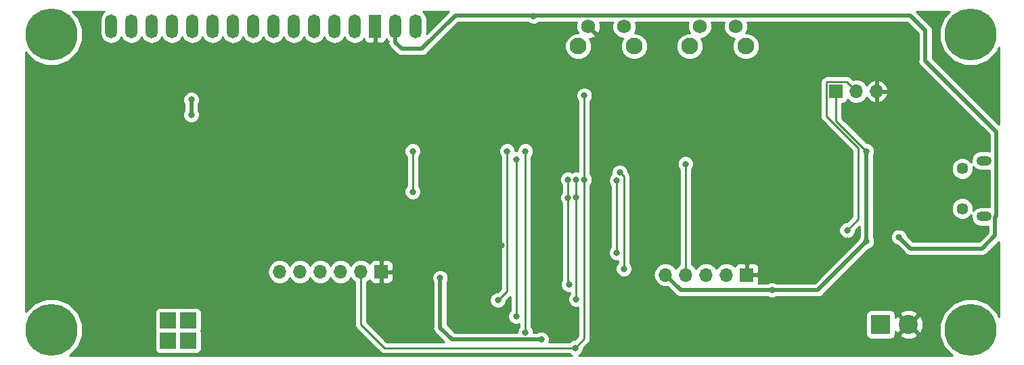
<source format=gbr>
G04 #@! TF.GenerationSoftware,KiCad,Pcbnew,5.0.1-33cea8e~68~ubuntu16.04.1*
G04 #@! TF.CreationDate,2019-05-31T14:34:39+02:00*
G04 #@! TF.ProjectId,VCOMLCD,56434F4D4C43442E6B696361645F7063,rev?*
G04 #@! TF.SameCoordinates,Original*
G04 #@! TF.FileFunction,Copper,L2,Bot,Signal*
G04 #@! TF.FilePolarity,Positive*
%FSLAX46Y46*%
G04 Gerber Fmt 4.6, Leading zero omitted, Abs format (unit mm)*
G04 Created by KiCad (PCBNEW 5.0.1-33cea8e~68~ubuntu16.04.1) date pią, 31 maj 2019, 14:34:39*
%MOMM*%
%LPD*%
G01*
G04 APERTURE LIST*
G04 #@! TA.AperFunction,ComponentPad*
%ADD10R,1.700000X1.700000*%
G04 #@! TD*
G04 #@! TA.AperFunction,ComponentPad*
%ADD11O,1.700000X1.700000*%
G04 #@! TD*
G04 #@! TA.AperFunction,ComponentPad*
%ADD12C,1.450000*%
G04 #@! TD*
G04 #@! TA.AperFunction,ComponentPad*
%ADD13O,1.900000X1.200000*%
G04 #@! TD*
G04 #@! TA.AperFunction,ComponentPad*
%ADD14O,1.500000X3.000000*%
G04 #@! TD*
G04 #@! TA.AperFunction,ComponentPad*
%ADD15R,1.500000X3.000000*%
G04 #@! TD*
G04 #@! TA.AperFunction,ComponentPad*
%ADD16C,6.500000*%
G04 #@! TD*
G04 #@! TA.AperFunction,ComponentPad*
%ADD17R,2.000000X2.000000*%
G04 #@! TD*
G04 #@! TA.AperFunction,ComponentPad*
%ADD18R,2.400000X2.400000*%
G04 #@! TD*
G04 #@! TA.AperFunction,ComponentPad*
%ADD19C,2.400000*%
G04 #@! TD*
G04 #@! TA.AperFunction,ComponentPad*
%ADD20C,2.100000*%
G04 #@! TD*
G04 #@! TA.AperFunction,ComponentPad*
%ADD21C,1.750000*%
G04 #@! TD*
G04 #@! TA.AperFunction,ViaPad*
%ADD22C,0.800000*%
G04 #@! TD*
G04 #@! TA.AperFunction,Conductor*
%ADD23C,0.500000*%
G04 #@! TD*
G04 #@! TA.AperFunction,Conductor*
%ADD24C,0.250000*%
G04 #@! TD*
G04 #@! TA.AperFunction,Conductor*
%ADD25C,0.254000*%
G04 #@! TD*
G04 APERTURE END LIST*
D10*
G04 #@! TO.P,J4,1*
G04 #@! TO.N,+3V3*
X179578000Y-60198000D03*
D11*
G04 #@! TO.P,J4,2*
G04 #@! TO.N,Net-(J4-Pad2)*
X182118000Y-60198000D03*
G04 #@! TO.P,J4,3*
G04 #@! TO.N,GND*
X184658000Y-60198000D03*
G04 #@! TD*
D10*
G04 #@! TO.P,J3,1*
G04 #@! TO.N,GND*
X168402000Y-83185000D03*
D11*
G04 #@! TO.P,J3,2*
G04 #@! TO.N,/SWCLK*
X165862000Y-83185000D03*
G04 #@! TO.P,J3,3*
G04 #@! TO.N,/SWDIO*
X163322000Y-83185000D03*
G04 #@! TO.P,J3,4*
G04 #@! TO.N,/STM_TX*
X160782000Y-83185000D03*
G04 #@! TO.P,J3,5*
G04 #@! TO.N,+3V3*
X158242000Y-83185000D03*
G04 #@! TD*
D10*
G04 #@! TO.P,J5,1*
G04 #@! TO.N,GND*
X122682000Y-82804000D03*
D11*
G04 #@! TO.P,J5,2*
G04 #@! TO.N,/ESP_RTS*
X120142000Y-82804000D03*
G04 #@! TO.P,J5,3*
G04 #@! TO.N,/ESP_DTR*
X117602000Y-82804000D03*
G04 #@! TO.P,J5,4*
G04 #@! TO.N,/BTN*
X115062000Y-82804000D03*
G04 #@! TO.P,J5,5*
G04 #@! TO.N,/ESP_TX*
X112522000Y-82804000D03*
G04 #@! TO.P,J5,6*
G04 #@! TO.N,+3V3*
X109982000Y-82804000D03*
G04 #@! TD*
D12*
G04 #@! TO.P,J2,6*
G04 #@! TO.N,Net-(J2-Pad5)*
X195387500Y-74890000D03*
X195387500Y-69890000D03*
D13*
X198087500Y-75890000D03*
X198087500Y-68890000D03*
G04 #@! TD*
D14*
G04 #@! TO.P,U4,14*
G04 #@! TO.N,Net-(U3-Pad6)*
X88900000Y-52070000D03*
G04 #@! TO.P,U4,13*
G04 #@! TO.N,Net-(U3-Pad5)*
X91440000Y-52070000D03*
G04 #@! TO.P,U4,12*
G04 #@! TO.N,Net-(U3-Pad4)*
X93980000Y-52070000D03*
G04 #@! TO.P,U4,11*
G04 #@! TO.N,Net-(U3-Pad3)*
X96520000Y-52070000D03*
G04 #@! TO.P,U4,10*
G04 #@! TO.N,Net-(R11-Pad1)*
X99060000Y-52070000D03*
G04 #@! TO.P,U4,9*
G04 #@! TO.N,Net-(R10-Pad1)*
X101600000Y-52070000D03*
G04 #@! TO.P,U4,8*
G04 #@! TO.N,Net-(R9-Pad1)*
X104140000Y-52070000D03*
G04 #@! TO.P,U4,7*
G04 #@! TO.N,Net-(R7-Pad1)*
X106680000Y-52070000D03*
G04 #@! TO.P,U4,6*
G04 #@! TO.N,Net-(U3-Pad7)*
X109220000Y-52070000D03*
G04 #@! TO.P,U4,5*
G04 #@! TO.N,Net-(R6-Pad1)*
X111760000Y-52070000D03*
G04 #@! TO.P,U4,4*
G04 #@! TO.N,Net-(U3-Pad8)*
X114300000Y-52070000D03*
G04 #@! TO.P,U4,3*
G04 #@! TO.N,Net-(RV1-Pad2)*
X116840000Y-52070000D03*
G04 #@! TO.P,U4,2*
G04 #@! TO.N,VBUS*
X119380000Y-52070000D03*
D15*
G04 #@! TO.P,U4,1*
G04 #@! TO.N,GND*
X121920000Y-52070000D03*
D14*
G04 #@! TO.P,U4,15*
G04 #@! TO.N,VBUS*
X124460000Y-52070000D03*
G04 #@! TO.P,U4,16*
G04 #@! TO.N,Net-(Q1-Pad3)*
X127000000Y-52070000D03*
D16*
G04 #@! TO.P,U4,*
G04 #@! TO.N,*
X196420000Y-53070000D03*
X196420000Y-90070000D03*
X81420000Y-53070000D03*
X81420000Y-90070000D03*
D17*
G04 #@! TO.P,U4,A1*
G04 #@! TO.N,Net-(U4-PadA1)*
X96012000Y-88900000D03*
G04 #@! TO.P,U4,K1*
G04 #@! TO.N,Net-(U4-PadK1)*
X98552000Y-88900000D03*
G04 #@! TO.P,U4,A2*
G04 #@! TO.N,Net-(U4-PadA2)*
X98552000Y-91440000D03*
G04 #@! TO.P,U4,K2*
G04 #@! TO.N,Net-(U4-PadK2)*
X96012000Y-91440000D03*
G04 #@! TD*
D18*
G04 #@! TO.P,J1,1*
G04 #@! TO.N,+BATT*
X185166000Y-89408000D03*
D19*
G04 #@! TO.P,J1,2*
G04 #@! TO.N,GND*
X188666000Y-89408000D03*
G04 #@! TD*
D20*
G04 #@! TO.P,SW2,*
G04 #@! TO.N,*
X168305001Y-54560000D03*
D21*
G04 #@! TO.P,SW2,2*
G04 #@! TO.N,+3V3*
X167045001Y-52070000D03*
G04 #@! TO.P,SW2,1*
G04 #@! TO.N,/BTN*
X162545001Y-52070000D03*
D20*
G04 #@! TO.P,SW2,*
G04 #@! TO.N,*
X161295001Y-54560000D03*
G04 #@! TD*
G04 #@! TO.P,SW1,*
G04 #@! TO.N,*
X154350000Y-54560000D03*
D21*
G04 #@! TO.P,SW1,2*
G04 #@! TO.N,/ESP_RTS*
X153090000Y-52070000D03*
G04 #@! TO.P,SW1,1*
G04 #@! TO.N,GND*
X148590000Y-52070000D03*
D20*
G04 #@! TO.P,SW1,*
G04 #@! TO.N,*
X147340000Y-54560000D03*
G04 #@! TD*
D22*
G04 #@! TO.N,+3V3*
X130048000Y-83566000D03*
X183388000Y-67691000D03*
X183388000Y-78993988D03*
X171577000Y-85090000D03*
X142709001Y-91274001D03*
G04 #@! TO.N,GND*
X102362000Y-81280000D03*
X100584000Y-81280000D03*
X97409000Y-81280000D03*
X88011000Y-81534000D03*
X84709000Y-79375000D03*
X84709000Y-78105000D03*
X100330000Y-60833000D03*
X105410000Y-60833000D03*
X111760000Y-60833000D03*
X116713000Y-60960000D03*
X103251000Y-65405000D03*
X103251000Y-67183000D03*
X135128000Y-76327000D03*
X133731000Y-76327000D03*
X137704990Y-79502000D03*
X193675000Y-77089000D03*
X193675000Y-78359000D03*
X187452000Y-80772000D03*
X187452000Y-82677000D03*
X192659000Y-85725000D03*
X194437000Y-85344000D03*
X191262000Y-86487000D03*
X173736000Y-83058000D03*
X177419000Y-81534000D03*
X179324000Y-90678000D03*
X165862000Y-86868000D03*
X141986000Y-54483000D03*
X139065000Y-57785000D03*
X89916000Y-92456000D03*
X79883000Y-83058000D03*
X86106000Y-52197000D03*
X78613000Y-59436000D03*
X197739000Y-58547000D03*
X194437000Y-63754000D03*
X188214000Y-53467000D03*
X197993000Y-84836000D03*
X189611000Y-92583000D03*
X185039000Y-72771000D03*
X186944000Y-74422000D03*
X186944000Y-64135000D03*
X168275000Y-58928000D03*
X164973000Y-64135000D03*
X162941000Y-64135000D03*
X149225000Y-67564000D03*
X146812000Y-67564000D03*
X149733000Y-75184000D03*
X154178000Y-75184000D03*
X144653000Y-74930000D03*
X141859000Y-74803000D03*
X137033000Y-74676000D03*
X127762000Y-74041000D03*
X125476000Y-74168000D03*
X128778000Y-67945000D03*
X124333000Y-67945000D03*
X100076000Y-75438000D03*
X129413000Y-59436000D03*
X180975000Y-78867000D03*
X181356000Y-73152000D03*
X90551000Y-79375000D03*
X90551000Y-78105000D03*
X93662500Y-64135000D03*
X95377000Y-62484000D03*
X100711000Y-64452500D03*
X91503500Y-62484000D03*
X89916000Y-64071500D03*
X85026500Y-62865000D03*
X86614000Y-63817500D03*
X116332000Y-85471000D03*
X127762000Y-88201500D03*
X131635500Y-88265000D03*
X137096500Y-84328000D03*
X141922500Y-84264500D03*
X146367500Y-90424000D03*
X152527000Y-92138500D03*
X152781000Y-85471000D03*
X154622500Y-71310500D03*
X178435000Y-70675500D03*
X94488000Y-83566000D03*
X107315000Y-84963000D03*
X129984500Y-81216500D03*
X113474500Y-92583000D03*
X130111500Y-50800000D03*
X132842000Y-51943000D03*
X125349000Y-56007000D03*
G04 #@! TO.N,/BL_CTRL*
X126619000Y-67691000D03*
X126619000Y-72771000D03*
G04 #@! TO.N,VBUS*
X141732000Y-50800000D03*
X187452000Y-78472000D03*
X98933000Y-61251000D03*
X98933000Y-63151010D03*
G04 #@! TO.N,/BTN*
X140716000Y-90424000D03*
X140716034Y-67691000D03*
G04 #@! TO.N,/ESP_RTS*
X146939000Y-92329000D03*
X148082000Y-71247000D03*
X148082000Y-60706000D03*
G04 #@! TO.N,Net-(J4-Pad2)*
X180975000Y-77597000D03*
G04 #@! TO.N,Net-(U3-Pad16)*
X147066000Y-71247000D03*
X147066000Y-73513999D03*
X147066000Y-86233000D03*
G04 #@! TO.N,Net-(U3-Pad17)*
X146050000Y-71247000D03*
X146177000Y-84400000D03*
X146050000Y-73533008D03*
G04 #@! TO.N,Net-(U3-Pad19)*
X153035000Y-82423000D03*
X152527000Y-70358000D03*
G04 #@! TO.N,Net-(U3-Pad18)*
X152146000Y-80391000D03*
X152146000Y-71374000D03*
G04 #@! TO.N,Net-(U3-Pad21)*
X137287000Y-86360000D03*
X138430000Y-67691000D03*
G04 #@! TO.N,Net-(U3-Pad20)*
X139573000Y-88392000D03*
X139573000Y-68707000D03*
G04 #@! TO.N,/STM_TX*
X160747467Y-69298957D03*
G04 #@! TD*
D23*
G04 #@! TO.N,+3V3*
X183388000Y-67691000D02*
X183388000Y-78993988D01*
D24*
X179578000Y-63881000D02*
X183388000Y-67691000D01*
X179578000Y-60198000D02*
X179578000Y-63881000D01*
D23*
X177291988Y-85090000D02*
X183388000Y-78993988D01*
X171577000Y-85090000D02*
X177291988Y-85090000D01*
X160147000Y-85090000D02*
X158242000Y-83185000D01*
X171577000Y-85090000D02*
X160147000Y-85090000D01*
X130048000Y-83566000D02*
X130048000Y-89789000D01*
X131533001Y-91274001D02*
X142709001Y-91274001D01*
X130048000Y-89789000D02*
X131533001Y-91274001D01*
D24*
G04 #@! TO.N,/BL_CTRL*
X126619000Y-67691000D02*
X126619000Y-72771000D01*
D23*
G04 #@! TO.N,VBUS*
X98933000Y-61251000D02*
X98933000Y-63151010D01*
X188863000Y-79883000D02*
X187452000Y-78472000D01*
X190754000Y-52578000D02*
X190754000Y-56388000D01*
X188849000Y-50673000D02*
X190754000Y-52578000D01*
X141859000Y-50673000D02*
X188849000Y-50673000D01*
X141732000Y-50800000D02*
X141859000Y-50673000D01*
X190754000Y-56388000D02*
X199644000Y-65278000D01*
X199644000Y-75819000D02*
X199487510Y-75975490D01*
X199487510Y-75975490D02*
X199487510Y-78261490D01*
X199487510Y-78261490D02*
X197866000Y-79883000D01*
X199644000Y-65278000D02*
X199644000Y-75819000D01*
X197866000Y-79883000D02*
X188863000Y-79883000D01*
X141605000Y-50673000D02*
X141732000Y-50800000D01*
X124460000Y-52070000D02*
X124460000Y-54070000D01*
X131953000Y-50673000D02*
X141605000Y-50673000D01*
X124460000Y-54070000D02*
X125254000Y-54864000D01*
X125254000Y-54864000D02*
X127762000Y-54864000D01*
X127762000Y-54864000D02*
X131953000Y-50673000D01*
D24*
G04 #@! TO.N,/BTN*
X140716000Y-90424000D02*
X140716000Y-67691034D01*
X140716000Y-67691034D02*
X140716034Y-67691000D01*
G04 #@! TO.N,/ESP_RTS*
X123063000Y-92329000D02*
X146939000Y-92329000D01*
X120142000Y-89408000D02*
X123063000Y-92329000D01*
X120142000Y-82804000D02*
X120142000Y-89408000D01*
X148082000Y-60706000D02*
X148082000Y-71247000D01*
X148082000Y-91186000D02*
X148082000Y-71247000D01*
X146939000Y-92329000D02*
X148082000Y-91186000D01*
G04 #@! TO.N,Net-(J4-Pad2)*
X178402999Y-63342409D02*
X182372000Y-67311410D01*
X182118000Y-60198000D02*
X180942999Y-59022999D01*
X182372000Y-76200000D02*
X180975000Y-77597000D01*
X178467001Y-59022999D02*
X178402999Y-59087001D01*
X182372000Y-67311410D02*
X182372000Y-76200000D01*
X180942999Y-59022999D02*
X178467001Y-59022999D01*
X178402999Y-59087001D02*
X178402999Y-63342409D01*
G04 #@! TO.N,Net-(U3-Pad16)*
X147066000Y-71247000D02*
X147066000Y-73513999D01*
X147066000Y-73513999D02*
X147066000Y-86233000D01*
G04 #@! TO.N,Net-(U3-Pad17)*
X146050000Y-71247000D02*
X146050000Y-73533008D01*
X146050000Y-84273000D02*
X146050000Y-73533008D01*
X146177000Y-84400000D02*
X146050000Y-84273000D01*
G04 #@! TO.N,Net-(U3-Pad19)*
X153035000Y-82423000D02*
X153035000Y-71755000D01*
X153035000Y-70866000D02*
X152527000Y-70358000D01*
X153035000Y-71755000D02*
X153035000Y-70866000D01*
G04 #@! TO.N,Net-(U3-Pad18)*
X152146000Y-71501000D02*
X152146000Y-80391000D01*
X152146000Y-71374000D02*
X152146000Y-71501000D01*
G04 #@! TO.N,Net-(U3-Pad21)*
X138430000Y-85217000D02*
X138430000Y-67691000D01*
X137287000Y-86360000D02*
X138430000Y-85217000D01*
G04 #@! TO.N,Net-(U3-Pad20)*
X139573000Y-88392000D02*
X139573000Y-68707000D01*
G04 #@! TO.N,/STM_TX*
X160782000Y-69333490D02*
X160747467Y-69298957D01*
X160782000Y-83185000D02*
X160782000Y-69333490D01*
G04 #@! TD*
D25*
G04 #@! TO.N,GND*
G36*
X87901471Y-50321472D02*
X87595359Y-50779601D01*
X87515000Y-51183594D01*
X87515000Y-52956407D01*
X87595360Y-53360400D01*
X87901472Y-53818529D01*
X88359601Y-54124641D01*
X88900000Y-54232133D01*
X89440400Y-54124641D01*
X89898529Y-53818529D01*
X90170001Y-53412243D01*
X90441472Y-53818529D01*
X90899601Y-54124641D01*
X91440000Y-54232133D01*
X91980400Y-54124641D01*
X92438529Y-53818529D01*
X92710001Y-53412243D01*
X92981472Y-53818529D01*
X93439601Y-54124641D01*
X93980000Y-54232133D01*
X94520400Y-54124641D01*
X94978529Y-53818529D01*
X95250001Y-53412243D01*
X95521472Y-53818529D01*
X95979601Y-54124641D01*
X96520000Y-54232133D01*
X97060400Y-54124641D01*
X97518529Y-53818529D01*
X97790001Y-53412243D01*
X98061472Y-53818529D01*
X98519601Y-54124641D01*
X99060000Y-54232133D01*
X99600400Y-54124641D01*
X100058529Y-53818529D01*
X100330001Y-53412243D01*
X100601472Y-53818529D01*
X101059601Y-54124641D01*
X101600000Y-54232133D01*
X102140400Y-54124641D01*
X102598529Y-53818529D01*
X102870001Y-53412243D01*
X103141472Y-53818529D01*
X103599601Y-54124641D01*
X104140000Y-54232133D01*
X104680400Y-54124641D01*
X105138529Y-53818529D01*
X105410001Y-53412243D01*
X105681472Y-53818529D01*
X106139601Y-54124641D01*
X106680000Y-54232133D01*
X107220400Y-54124641D01*
X107678529Y-53818529D01*
X107950001Y-53412243D01*
X108221472Y-53818529D01*
X108679601Y-54124641D01*
X109220000Y-54232133D01*
X109760400Y-54124641D01*
X110218529Y-53818529D01*
X110490001Y-53412243D01*
X110761472Y-53818529D01*
X111219601Y-54124641D01*
X111760000Y-54232133D01*
X112300400Y-54124641D01*
X112758529Y-53818529D01*
X113030001Y-53412243D01*
X113301472Y-53818529D01*
X113759601Y-54124641D01*
X114300000Y-54232133D01*
X114840400Y-54124641D01*
X115298529Y-53818529D01*
X115570001Y-53412243D01*
X115841472Y-53818529D01*
X116299601Y-54124641D01*
X116840000Y-54232133D01*
X117380400Y-54124641D01*
X117838529Y-53818529D01*
X118110001Y-53412243D01*
X118381472Y-53818529D01*
X118839601Y-54124641D01*
X119380000Y-54232133D01*
X119920400Y-54124641D01*
X120378529Y-53818529D01*
X120535000Y-53584354D01*
X120535000Y-53696310D01*
X120631673Y-53929699D01*
X120810302Y-54108327D01*
X121043691Y-54205000D01*
X121634250Y-54205000D01*
X121793000Y-54046250D01*
X121793000Y-52197000D01*
X121773000Y-52197000D01*
X121773000Y-51943000D01*
X121793000Y-51943000D01*
X121793000Y-51923000D01*
X122047000Y-51923000D01*
X122047000Y-51943000D01*
X122067000Y-51943000D01*
X122067000Y-52197000D01*
X122047000Y-52197000D01*
X122047000Y-54046250D01*
X122205750Y-54205000D01*
X122796309Y-54205000D01*
X123029698Y-54108327D01*
X123208327Y-53929699D01*
X123305000Y-53696310D01*
X123305000Y-53584352D01*
X123461472Y-53818529D01*
X123575001Y-53894387D01*
X123575001Y-53982835D01*
X123557663Y-54070000D01*
X123626348Y-54415309D01*
X123772576Y-54634154D01*
X123772578Y-54634156D01*
X123821952Y-54708049D01*
X123895845Y-54757423D01*
X124566577Y-55428156D01*
X124615951Y-55502049D01*
X124689844Y-55551423D01*
X124689845Y-55551424D01*
X124908690Y-55697652D01*
X125166835Y-55749000D01*
X125166839Y-55749000D01*
X125254000Y-55766337D01*
X125341161Y-55749000D01*
X127674839Y-55749000D01*
X127762000Y-55766337D01*
X127849161Y-55749000D01*
X127849165Y-55749000D01*
X128107310Y-55697652D01*
X128400049Y-55502049D01*
X128449425Y-55428153D01*
X132319579Y-51558000D01*
X141026289Y-51558000D01*
X141145720Y-51677431D01*
X141526126Y-51835000D01*
X141937874Y-51835000D01*
X142318280Y-51677431D01*
X142437711Y-51558000D01*
X147169441Y-51558000D01*
X147068410Y-51835306D01*
X147094421Y-52435458D01*
X147274047Y-52869116D01*
X147291973Y-52875000D01*
X147004833Y-52875000D01*
X146385524Y-53131526D01*
X145911526Y-53605524D01*
X145655000Y-54224833D01*
X145655000Y-54895167D01*
X145911526Y-55514476D01*
X146385524Y-55988474D01*
X147004833Y-56245000D01*
X147675167Y-56245000D01*
X148294476Y-55988474D01*
X148768474Y-55514476D01*
X149025000Y-54895167D01*
X149025000Y-54224833D01*
X148768474Y-53605524D01*
X148737956Y-53575006D01*
X148955458Y-53565579D01*
X149389116Y-53385953D01*
X149472455Y-53132060D01*
X148590000Y-52249605D01*
X148575858Y-52263748D01*
X148396253Y-52084143D01*
X148410395Y-52070000D01*
X148396253Y-52055858D01*
X148575858Y-51876253D01*
X148590000Y-51890395D01*
X148604143Y-51876253D01*
X148783748Y-52055858D01*
X148769605Y-52070000D01*
X149652060Y-52952455D01*
X149905953Y-52869116D01*
X150111590Y-52304694D01*
X150085579Y-51704542D01*
X150024880Y-51558000D01*
X151667665Y-51558000D01*
X151580000Y-51769642D01*
X151580000Y-52370358D01*
X151809884Y-52925346D01*
X152234654Y-53350116D01*
X152789642Y-53580000D01*
X152947050Y-53580000D01*
X152921526Y-53605524D01*
X152665000Y-54224833D01*
X152665000Y-54895167D01*
X152921526Y-55514476D01*
X153395524Y-55988474D01*
X154014833Y-56245000D01*
X154685167Y-56245000D01*
X155304476Y-55988474D01*
X155778474Y-55514476D01*
X156035000Y-54895167D01*
X156035000Y-54224833D01*
X155778474Y-53605524D01*
X155304476Y-53131526D01*
X154685167Y-52875000D01*
X154390970Y-52875000D01*
X154600000Y-52370358D01*
X154600000Y-51769642D01*
X154512335Y-51558000D01*
X161122666Y-51558000D01*
X161035001Y-51769642D01*
X161035001Y-52370358D01*
X161244031Y-52875000D01*
X160959834Y-52875000D01*
X160340525Y-53131526D01*
X159866527Y-53605524D01*
X159610001Y-54224833D01*
X159610001Y-54895167D01*
X159866527Y-55514476D01*
X160340525Y-55988474D01*
X160959834Y-56245000D01*
X161630168Y-56245000D01*
X162249477Y-55988474D01*
X162723475Y-55514476D01*
X162980001Y-54895167D01*
X162980001Y-54224833D01*
X162723475Y-53605524D01*
X162697951Y-53580000D01*
X162845359Y-53580000D01*
X163400347Y-53350116D01*
X163825117Y-52925346D01*
X164055001Y-52370358D01*
X164055001Y-51769642D01*
X163967336Y-51558000D01*
X165622666Y-51558000D01*
X165535001Y-51769642D01*
X165535001Y-52370358D01*
X165764885Y-52925346D01*
X166189655Y-53350116D01*
X166744643Y-53580000D01*
X166902051Y-53580000D01*
X166876527Y-53605524D01*
X166620001Y-54224833D01*
X166620001Y-54895167D01*
X166876527Y-55514476D01*
X167350525Y-55988474D01*
X167969834Y-56245000D01*
X168640168Y-56245000D01*
X169259477Y-55988474D01*
X169733475Y-55514476D01*
X169990001Y-54895167D01*
X169990001Y-54224833D01*
X169733475Y-53605524D01*
X169259477Y-53131526D01*
X168640168Y-52875000D01*
X168345971Y-52875000D01*
X168555001Y-52370358D01*
X168555001Y-51769642D01*
X168467336Y-51558000D01*
X188482422Y-51558000D01*
X189869000Y-52944579D01*
X189869001Y-56300835D01*
X189851663Y-56388000D01*
X189920348Y-56733309D01*
X190066576Y-56952154D01*
X190066578Y-56952156D01*
X190115952Y-57026049D01*
X190189845Y-57075423D01*
X198759000Y-65644579D01*
X198759000Y-67694756D01*
X198559136Y-67655000D01*
X197615864Y-67655000D01*
X197255627Y-67726656D01*
X196847115Y-67999615D01*
X196574156Y-68408127D01*
X196478305Y-68890000D01*
X196519890Y-69099060D01*
X196157878Y-68737048D01*
X195658021Y-68530000D01*
X195116979Y-68530000D01*
X194617122Y-68737048D01*
X194234548Y-69119622D01*
X194027500Y-69619479D01*
X194027500Y-70160521D01*
X194234548Y-70660378D01*
X194617122Y-71042952D01*
X195116979Y-71250000D01*
X195658021Y-71250000D01*
X196157878Y-71042952D01*
X196540452Y-70660378D01*
X196747500Y-70160521D01*
X196747500Y-69631301D01*
X196847115Y-69780385D01*
X197255627Y-70053344D01*
X197615864Y-70125000D01*
X198559136Y-70125000D01*
X198759000Y-70085244D01*
X198759001Y-74694756D01*
X198559136Y-74655000D01*
X197615864Y-74655000D01*
X197255627Y-74726656D01*
X196847115Y-74999615D01*
X196747500Y-75148699D01*
X196747500Y-74619479D01*
X196540452Y-74119622D01*
X196157878Y-73737048D01*
X195658021Y-73530000D01*
X195116979Y-73530000D01*
X194617122Y-73737048D01*
X194234548Y-74119622D01*
X194027500Y-74619479D01*
X194027500Y-75160521D01*
X194234548Y-75660378D01*
X194617122Y-76042952D01*
X195116979Y-76250000D01*
X195658021Y-76250000D01*
X196157878Y-76042952D01*
X196519890Y-75680940D01*
X196478305Y-75890000D01*
X196574156Y-76371873D01*
X196847115Y-76780385D01*
X197255627Y-77053344D01*
X197615864Y-77125000D01*
X198559136Y-77125000D01*
X198602510Y-77116372D01*
X198602511Y-77894910D01*
X197499422Y-78998000D01*
X189229579Y-78998000D01*
X188479431Y-78247853D01*
X188329431Y-77885720D01*
X188038280Y-77594569D01*
X187657874Y-77437000D01*
X187246126Y-77437000D01*
X186865720Y-77594569D01*
X186574569Y-77885720D01*
X186417000Y-78266126D01*
X186417000Y-78677874D01*
X186574569Y-79058280D01*
X186865720Y-79349431D01*
X187227853Y-79499431D01*
X188175577Y-80447156D01*
X188224951Y-80521049D01*
X188298844Y-80570423D01*
X188298845Y-80570424D01*
X188409880Y-80644615D01*
X188517690Y-80716652D01*
X188775835Y-80768000D01*
X188775839Y-80768000D01*
X188862999Y-80785337D01*
X188950159Y-80768000D01*
X197778839Y-80768000D01*
X197866000Y-80785337D01*
X197953161Y-80768000D01*
X197953165Y-80768000D01*
X198211310Y-80716652D01*
X198504049Y-80521049D01*
X198553425Y-80447153D01*
X199950000Y-79050579D01*
X199950000Y-88440180D01*
X199713544Y-87869324D01*
X198620676Y-86776456D01*
X197192775Y-86185000D01*
X195647225Y-86185000D01*
X194219324Y-86776456D01*
X193126456Y-87869324D01*
X192535000Y-89297225D01*
X192535000Y-90842775D01*
X193126456Y-92270676D01*
X194125780Y-93270000D01*
X147371811Y-93270000D01*
X147525280Y-93206431D01*
X147816431Y-92915280D01*
X147974000Y-92534874D01*
X147974000Y-92368801D01*
X148566473Y-91776329D01*
X148629929Y-91733929D01*
X148797904Y-91482537D01*
X148842000Y-91260852D01*
X148842000Y-91260848D01*
X148856888Y-91186001D01*
X148842000Y-91111154D01*
X148842000Y-88208000D01*
X183318560Y-88208000D01*
X183318560Y-90608000D01*
X183367843Y-90855765D01*
X183508191Y-91065809D01*
X183718235Y-91206157D01*
X183966000Y-91255440D01*
X186366000Y-91255440D01*
X186613765Y-91206157D01*
X186823809Y-91065809D01*
X186964157Y-90855765D01*
X186994110Y-90705175D01*
X187548430Y-90705175D01*
X187671565Y-90992788D01*
X188353734Y-91252707D01*
X189083443Y-91231786D01*
X189660435Y-90992788D01*
X189783570Y-90705175D01*
X188666000Y-89587605D01*
X187548430Y-90705175D01*
X186994110Y-90705175D01*
X187013440Y-90608000D01*
X187013440Y-90238819D01*
X187081212Y-90402435D01*
X187368825Y-90525570D01*
X188486395Y-89408000D01*
X188845605Y-89408000D01*
X189963175Y-90525570D01*
X190250788Y-90402435D01*
X190510707Y-89720266D01*
X190489786Y-88990557D01*
X190250788Y-88413565D01*
X189963175Y-88290430D01*
X188845605Y-89408000D01*
X188486395Y-89408000D01*
X187368825Y-88290430D01*
X187081212Y-88413565D01*
X187013440Y-88591436D01*
X187013440Y-88208000D01*
X186994111Y-88110825D01*
X187548430Y-88110825D01*
X188666000Y-89228395D01*
X189783570Y-88110825D01*
X189660435Y-87823212D01*
X188978266Y-87563293D01*
X188248557Y-87584214D01*
X187671565Y-87823212D01*
X187548430Y-88110825D01*
X186994111Y-88110825D01*
X186964157Y-87960235D01*
X186823809Y-87750191D01*
X186613765Y-87609843D01*
X186366000Y-87560560D01*
X183966000Y-87560560D01*
X183718235Y-87609843D01*
X183508191Y-87750191D01*
X183367843Y-87960235D01*
X183318560Y-88208000D01*
X148842000Y-88208000D01*
X148842000Y-71950711D01*
X148959431Y-71833280D01*
X149117000Y-71452874D01*
X149117000Y-71168126D01*
X151111000Y-71168126D01*
X151111000Y-71579874D01*
X151268569Y-71960280D01*
X151386000Y-72077711D01*
X151386001Y-79687288D01*
X151268569Y-79804720D01*
X151111000Y-80185126D01*
X151111000Y-80596874D01*
X151268569Y-80977280D01*
X151559720Y-81268431D01*
X151940126Y-81426000D01*
X152275000Y-81426000D01*
X152275000Y-81719289D01*
X152157569Y-81836720D01*
X152000000Y-82217126D01*
X152000000Y-82628874D01*
X152157569Y-83009280D01*
X152448720Y-83300431D01*
X152829126Y-83458000D01*
X153240874Y-83458000D01*
X153621280Y-83300431D01*
X153736711Y-83185000D01*
X156727908Y-83185000D01*
X156843161Y-83764418D01*
X157171375Y-84255625D01*
X157662582Y-84583839D01*
X158095744Y-84670000D01*
X158388256Y-84670000D01*
X158460960Y-84655538D01*
X159459577Y-85654156D01*
X159508951Y-85728049D01*
X159582844Y-85777423D01*
X159582845Y-85777424D01*
X159729668Y-85875528D01*
X159801690Y-85923652D01*
X160059835Y-85975000D01*
X160059839Y-85975000D01*
X160147000Y-85992337D01*
X160234161Y-85975000D01*
X171008993Y-85975000D01*
X171371126Y-86125000D01*
X171782874Y-86125000D01*
X172145007Y-85975000D01*
X177204827Y-85975000D01*
X177291988Y-85992337D01*
X177379149Y-85975000D01*
X177379153Y-85975000D01*
X177637298Y-85923652D01*
X177930037Y-85728049D01*
X177979413Y-85654153D01*
X183612148Y-80021419D01*
X183974280Y-79871419D01*
X184265431Y-79580268D01*
X184423000Y-79199862D01*
X184423000Y-78788114D01*
X184273000Y-78425981D01*
X184273000Y-68259007D01*
X184423000Y-67896874D01*
X184423000Y-67485126D01*
X184265431Y-67104720D01*
X183974280Y-66813569D01*
X183593874Y-66656000D01*
X183427802Y-66656000D01*
X180338000Y-63566199D01*
X180338000Y-61695440D01*
X180428000Y-61695440D01*
X180675765Y-61646157D01*
X180885809Y-61505809D01*
X181026157Y-61295765D01*
X181035184Y-61250381D01*
X181047375Y-61268625D01*
X181538582Y-61596839D01*
X181971744Y-61683000D01*
X182264256Y-61683000D01*
X182697418Y-61596839D01*
X183188625Y-61268625D01*
X183401843Y-60949522D01*
X183462817Y-61079358D01*
X183891076Y-61469645D01*
X184301110Y-61639476D01*
X184531000Y-61518155D01*
X184531000Y-60325000D01*
X184785000Y-60325000D01*
X184785000Y-61518155D01*
X185014890Y-61639476D01*
X185424924Y-61469645D01*
X185853183Y-61079358D01*
X186099486Y-60554892D01*
X185978819Y-60325000D01*
X184785000Y-60325000D01*
X184531000Y-60325000D01*
X184511000Y-60325000D01*
X184511000Y-60071000D01*
X184531000Y-60071000D01*
X184531000Y-58877845D01*
X184785000Y-58877845D01*
X184785000Y-60071000D01*
X185978819Y-60071000D01*
X186099486Y-59841108D01*
X185853183Y-59316642D01*
X185424924Y-58926355D01*
X185014890Y-58756524D01*
X184785000Y-58877845D01*
X184531000Y-58877845D01*
X184301110Y-58756524D01*
X183891076Y-58926355D01*
X183462817Y-59316642D01*
X183401843Y-59446478D01*
X183188625Y-59127375D01*
X182697418Y-58799161D01*
X182264256Y-58713000D01*
X181971744Y-58713000D01*
X181751592Y-58756791D01*
X181533330Y-58538529D01*
X181490928Y-58475070D01*
X181239536Y-58307095D01*
X181017851Y-58262999D01*
X181017846Y-58262999D01*
X180942999Y-58248111D01*
X180868152Y-58262999D01*
X178541847Y-58262999D01*
X178467000Y-58248111D01*
X178392153Y-58262999D01*
X178392149Y-58262999D01*
X178170464Y-58307095D01*
X177919072Y-58475070D01*
X177893436Y-58513436D01*
X177855070Y-58539072D01*
X177687095Y-58790465D01*
X177642999Y-59012150D01*
X177642999Y-59012154D01*
X177628111Y-59087001D01*
X177642999Y-59161848D01*
X177643000Y-63267557D01*
X177628111Y-63342409D01*
X177643000Y-63417261D01*
X177687096Y-63638946D01*
X177855071Y-63890338D01*
X177918527Y-63932738D01*
X181612000Y-67626212D01*
X181612001Y-75885196D01*
X180935198Y-76562000D01*
X180769126Y-76562000D01*
X180388720Y-76719569D01*
X180097569Y-77010720D01*
X179940000Y-77391126D01*
X179940000Y-77802874D01*
X180097569Y-78183280D01*
X180388720Y-78474431D01*
X180769126Y-78632000D01*
X181180874Y-78632000D01*
X181561280Y-78474431D01*
X181852431Y-78183280D01*
X182010000Y-77802874D01*
X182010000Y-77636802D01*
X182503001Y-77143802D01*
X182503001Y-78425979D01*
X182360569Y-78769840D01*
X176925410Y-84205000D01*
X172145007Y-84205000D01*
X171782874Y-84055000D01*
X171371126Y-84055000D01*
X171008993Y-84205000D01*
X169868903Y-84205000D01*
X169887000Y-84161309D01*
X169887000Y-83470750D01*
X169728250Y-83312000D01*
X168529000Y-83312000D01*
X168529000Y-83332000D01*
X168275000Y-83332000D01*
X168275000Y-83312000D01*
X168255000Y-83312000D01*
X168255000Y-83058000D01*
X168275000Y-83058000D01*
X168275000Y-81858750D01*
X168529000Y-81858750D01*
X168529000Y-83058000D01*
X169728250Y-83058000D01*
X169887000Y-82899250D01*
X169887000Y-82208691D01*
X169790327Y-81975302D01*
X169611699Y-81796673D01*
X169378310Y-81700000D01*
X168687750Y-81700000D01*
X168529000Y-81858750D01*
X168275000Y-81858750D01*
X168116250Y-81700000D01*
X167425690Y-81700000D01*
X167192301Y-81796673D01*
X167013673Y-81975302D01*
X166947096Y-82136033D01*
X166932625Y-82114375D01*
X166441418Y-81786161D01*
X166008256Y-81700000D01*
X165715744Y-81700000D01*
X165282582Y-81786161D01*
X164791375Y-82114375D01*
X164592000Y-82412761D01*
X164392625Y-82114375D01*
X163901418Y-81786161D01*
X163468256Y-81700000D01*
X163175744Y-81700000D01*
X162742582Y-81786161D01*
X162251375Y-82114375D01*
X162052000Y-82412761D01*
X161852625Y-82114375D01*
X161542000Y-81906822D01*
X161542000Y-69968135D01*
X161624898Y-69885237D01*
X161782467Y-69504831D01*
X161782467Y-69093083D01*
X161624898Y-68712677D01*
X161333747Y-68421526D01*
X160953341Y-68263957D01*
X160541593Y-68263957D01*
X160161187Y-68421526D01*
X159870036Y-68712677D01*
X159712467Y-69093083D01*
X159712467Y-69504831D01*
X159870036Y-69885237D01*
X160022001Y-70037202D01*
X160022000Y-81906822D01*
X159711375Y-82114375D01*
X159512000Y-82412761D01*
X159312625Y-82114375D01*
X158821418Y-81786161D01*
X158388256Y-81700000D01*
X158095744Y-81700000D01*
X157662582Y-81786161D01*
X157171375Y-82114375D01*
X156843161Y-82605582D01*
X156727908Y-83185000D01*
X153736711Y-83185000D01*
X153912431Y-83009280D01*
X154070000Y-82628874D01*
X154070000Y-82217126D01*
X153912431Y-81836720D01*
X153795000Y-81719289D01*
X153795000Y-70940846D01*
X153809888Y-70865999D01*
X153795000Y-70791152D01*
X153795000Y-70791148D01*
X153750904Y-70569463D01*
X153702198Y-70496569D01*
X153625329Y-70381526D01*
X153625327Y-70381524D01*
X153582929Y-70318071D01*
X153562000Y-70304087D01*
X153562000Y-70152126D01*
X153404431Y-69771720D01*
X153113280Y-69480569D01*
X152732874Y-69323000D01*
X152321126Y-69323000D01*
X151940720Y-69480569D01*
X151649569Y-69771720D01*
X151492000Y-70152126D01*
X151492000Y-70563874D01*
X151492122Y-70564167D01*
X151268569Y-70787720D01*
X151111000Y-71168126D01*
X149117000Y-71168126D01*
X149117000Y-71041126D01*
X148959431Y-70660720D01*
X148842000Y-70543289D01*
X148842000Y-61409711D01*
X148959431Y-61292280D01*
X149117000Y-60911874D01*
X149117000Y-60500126D01*
X148959431Y-60119720D01*
X148668280Y-59828569D01*
X148287874Y-59671000D01*
X147876126Y-59671000D01*
X147495720Y-59828569D01*
X147204569Y-60119720D01*
X147047000Y-60500126D01*
X147047000Y-60911874D01*
X147204569Y-61292280D01*
X147322000Y-61409711D01*
X147322001Y-70232763D01*
X147271874Y-70212000D01*
X146860126Y-70212000D01*
X146558000Y-70337144D01*
X146255874Y-70212000D01*
X145844126Y-70212000D01*
X145463720Y-70369569D01*
X145172569Y-70660720D01*
X145015000Y-71041126D01*
X145015000Y-71452874D01*
X145172569Y-71833280D01*
X145290000Y-71950711D01*
X145290001Y-72829296D01*
X145172569Y-72946728D01*
X145015000Y-73327134D01*
X145015000Y-73738882D01*
X145172569Y-74119288D01*
X145290001Y-74236720D01*
X145290000Y-83836822D01*
X145142000Y-84194126D01*
X145142000Y-84605874D01*
X145299569Y-84986280D01*
X145590720Y-85277431D01*
X145971126Y-85435000D01*
X146306001Y-85435000D01*
X146306001Y-85529288D01*
X146188569Y-85646720D01*
X146031000Y-86027126D01*
X146031000Y-86438874D01*
X146188569Y-86819280D01*
X146479720Y-87110431D01*
X146860126Y-87268000D01*
X147271874Y-87268000D01*
X147322000Y-87247237D01*
X147322000Y-90871198D01*
X146899199Y-91294000D01*
X146733126Y-91294000D01*
X146352720Y-91451569D01*
X146235289Y-91569000D01*
X143707084Y-91569000D01*
X143744001Y-91479875D01*
X143744001Y-91068127D01*
X143586432Y-90687721D01*
X143295281Y-90396570D01*
X142914875Y-90239001D01*
X142503127Y-90239001D01*
X142140994Y-90389001D01*
X141751000Y-90389001D01*
X141751000Y-90218126D01*
X141593431Y-89837720D01*
X141476000Y-89720289D01*
X141476000Y-68394745D01*
X141593465Y-68277280D01*
X141751034Y-67896874D01*
X141751034Y-67485126D01*
X141593465Y-67104720D01*
X141302314Y-66813569D01*
X140921908Y-66656000D01*
X140510160Y-66656000D01*
X140129754Y-66813569D01*
X139838603Y-67104720D01*
X139681034Y-67485126D01*
X139681034Y-67672000D01*
X139465000Y-67672000D01*
X139465000Y-67485126D01*
X139307431Y-67104720D01*
X139016280Y-66813569D01*
X138635874Y-66656000D01*
X138224126Y-66656000D01*
X137843720Y-66813569D01*
X137552569Y-67104720D01*
X137395000Y-67485126D01*
X137395000Y-67896874D01*
X137552569Y-68277280D01*
X137670001Y-68394712D01*
X137670000Y-84902198D01*
X137247199Y-85325000D01*
X137081126Y-85325000D01*
X136700720Y-85482569D01*
X136409569Y-85773720D01*
X136252000Y-86154126D01*
X136252000Y-86565874D01*
X136409569Y-86946280D01*
X136700720Y-87237431D01*
X137081126Y-87395000D01*
X137492874Y-87395000D01*
X137873280Y-87237431D01*
X138164431Y-86946280D01*
X138322000Y-86565874D01*
X138322000Y-86399801D01*
X138813000Y-85908802D01*
X138813000Y-87688289D01*
X138695569Y-87805720D01*
X138538000Y-88186126D01*
X138538000Y-88597874D01*
X138695569Y-88978280D01*
X138986720Y-89269431D01*
X139367126Y-89427000D01*
X139778874Y-89427000D01*
X139956000Y-89353632D01*
X139956000Y-89720289D01*
X139838569Y-89837720D01*
X139681000Y-90218126D01*
X139681000Y-90389001D01*
X131899580Y-90389001D01*
X130933000Y-89422422D01*
X130933000Y-84134007D01*
X131083000Y-83771874D01*
X131083000Y-83360126D01*
X130925431Y-82979720D01*
X130634280Y-82688569D01*
X130253874Y-82531000D01*
X129842126Y-82531000D01*
X129461720Y-82688569D01*
X129170569Y-82979720D01*
X129013000Y-83360126D01*
X129013000Y-83771874D01*
X129163000Y-84134007D01*
X129163001Y-89701835D01*
X129145663Y-89789000D01*
X129214348Y-90134309D01*
X129360576Y-90353154D01*
X129360578Y-90353156D01*
X129409952Y-90427049D01*
X129483845Y-90476423D01*
X130576421Y-91569000D01*
X123377802Y-91569000D01*
X120902000Y-89093199D01*
X120902000Y-84082178D01*
X121212625Y-83874625D01*
X121227096Y-83852967D01*
X121293673Y-84013698D01*
X121472301Y-84192327D01*
X121705690Y-84289000D01*
X122396250Y-84289000D01*
X122555000Y-84130250D01*
X122555000Y-82931000D01*
X122809000Y-82931000D01*
X122809000Y-84130250D01*
X122967750Y-84289000D01*
X123658310Y-84289000D01*
X123891699Y-84192327D01*
X124070327Y-84013698D01*
X124167000Y-83780309D01*
X124167000Y-83089750D01*
X124008250Y-82931000D01*
X122809000Y-82931000D01*
X122555000Y-82931000D01*
X122535000Y-82931000D01*
X122535000Y-82677000D01*
X122555000Y-82677000D01*
X122555000Y-81477750D01*
X122809000Y-81477750D01*
X122809000Y-82677000D01*
X124008250Y-82677000D01*
X124167000Y-82518250D01*
X124167000Y-81827691D01*
X124070327Y-81594302D01*
X123891699Y-81415673D01*
X123658310Y-81319000D01*
X122967750Y-81319000D01*
X122809000Y-81477750D01*
X122555000Y-81477750D01*
X122396250Y-81319000D01*
X121705690Y-81319000D01*
X121472301Y-81415673D01*
X121293673Y-81594302D01*
X121227096Y-81755033D01*
X121212625Y-81733375D01*
X120721418Y-81405161D01*
X120288256Y-81319000D01*
X119995744Y-81319000D01*
X119562582Y-81405161D01*
X119071375Y-81733375D01*
X118872000Y-82031761D01*
X118672625Y-81733375D01*
X118181418Y-81405161D01*
X117748256Y-81319000D01*
X117455744Y-81319000D01*
X117022582Y-81405161D01*
X116531375Y-81733375D01*
X116332000Y-82031761D01*
X116132625Y-81733375D01*
X115641418Y-81405161D01*
X115208256Y-81319000D01*
X114915744Y-81319000D01*
X114482582Y-81405161D01*
X113991375Y-81733375D01*
X113792000Y-82031761D01*
X113592625Y-81733375D01*
X113101418Y-81405161D01*
X112668256Y-81319000D01*
X112375744Y-81319000D01*
X111942582Y-81405161D01*
X111451375Y-81733375D01*
X111252000Y-82031761D01*
X111052625Y-81733375D01*
X110561418Y-81405161D01*
X110128256Y-81319000D01*
X109835744Y-81319000D01*
X109402582Y-81405161D01*
X108911375Y-81733375D01*
X108583161Y-82224582D01*
X108467908Y-82804000D01*
X108583161Y-83383418D01*
X108911375Y-83874625D01*
X109402582Y-84202839D01*
X109835744Y-84289000D01*
X110128256Y-84289000D01*
X110561418Y-84202839D01*
X111052625Y-83874625D01*
X111252000Y-83576239D01*
X111451375Y-83874625D01*
X111942582Y-84202839D01*
X112375744Y-84289000D01*
X112668256Y-84289000D01*
X113101418Y-84202839D01*
X113592625Y-83874625D01*
X113792000Y-83576239D01*
X113991375Y-83874625D01*
X114482582Y-84202839D01*
X114915744Y-84289000D01*
X115208256Y-84289000D01*
X115641418Y-84202839D01*
X116132625Y-83874625D01*
X116332000Y-83576239D01*
X116531375Y-83874625D01*
X117022582Y-84202839D01*
X117455744Y-84289000D01*
X117748256Y-84289000D01*
X118181418Y-84202839D01*
X118672625Y-83874625D01*
X118872000Y-83576239D01*
X119071375Y-83874625D01*
X119382000Y-84082178D01*
X119382001Y-89333148D01*
X119367112Y-89408000D01*
X119382001Y-89482852D01*
X119426097Y-89704537D01*
X119594072Y-89955929D01*
X119657528Y-89998329D01*
X122472671Y-92813473D01*
X122515071Y-92876929D01*
X122578527Y-92919329D01*
X122766462Y-93044904D01*
X122814605Y-93054480D01*
X122988148Y-93089000D01*
X122988152Y-93089000D01*
X123063000Y-93103888D01*
X123137848Y-93089000D01*
X146235289Y-93089000D01*
X146352720Y-93206431D01*
X146506189Y-93270000D01*
X83714220Y-93270000D01*
X84713544Y-92270676D01*
X85305000Y-90842775D01*
X85305000Y-89297225D01*
X84726251Y-87900000D01*
X94364560Y-87900000D01*
X94364560Y-89900000D01*
X94413843Y-90147765D01*
X94428700Y-90170000D01*
X94413843Y-90192235D01*
X94364560Y-90440000D01*
X94364560Y-92440000D01*
X94413843Y-92687765D01*
X94554191Y-92897809D01*
X94764235Y-93038157D01*
X95012000Y-93087440D01*
X97012000Y-93087440D01*
X97259765Y-93038157D01*
X97282000Y-93023300D01*
X97304235Y-93038157D01*
X97552000Y-93087440D01*
X99552000Y-93087440D01*
X99799765Y-93038157D01*
X100009809Y-92897809D01*
X100150157Y-92687765D01*
X100199440Y-92440000D01*
X100199440Y-90440000D01*
X100150157Y-90192235D01*
X100135300Y-90170000D01*
X100150157Y-90147765D01*
X100199440Y-89900000D01*
X100199440Y-87900000D01*
X100150157Y-87652235D01*
X100009809Y-87442191D01*
X99799765Y-87301843D01*
X99552000Y-87252560D01*
X97552000Y-87252560D01*
X97304235Y-87301843D01*
X97282000Y-87316700D01*
X97259765Y-87301843D01*
X97012000Y-87252560D01*
X95012000Y-87252560D01*
X94764235Y-87301843D01*
X94554191Y-87442191D01*
X94413843Y-87652235D01*
X94364560Y-87900000D01*
X84726251Y-87900000D01*
X84713544Y-87869324D01*
X83620676Y-86776456D01*
X82192775Y-86185000D01*
X80647225Y-86185000D01*
X79219324Y-86776456D01*
X78180000Y-87815780D01*
X78180000Y-67485126D01*
X125584000Y-67485126D01*
X125584000Y-67896874D01*
X125741569Y-68277280D01*
X125859000Y-68394711D01*
X125859001Y-72067288D01*
X125741569Y-72184720D01*
X125584000Y-72565126D01*
X125584000Y-72976874D01*
X125741569Y-73357280D01*
X126032720Y-73648431D01*
X126413126Y-73806000D01*
X126824874Y-73806000D01*
X127205280Y-73648431D01*
X127496431Y-73357280D01*
X127654000Y-72976874D01*
X127654000Y-72565126D01*
X127496431Y-72184720D01*
X127379000Y-72067289D01*
X127379000Y-68394711D01*
X127496431Y-68277280D01*
X127654000Y-67896874D01*
X127654000Y-67485126D01*
X127496431Y-67104720D01*
X127205280Y-66813569D01*
X126824874Y-66656000D01*
X126413126Y-66656000D01*
X126032720Y-66813569D01*
X125741569Y-67104720D01*
X125584000Y-67485126D01*
X78180000Y-67485126D01*
X78180000Y-61045126D01*
X97898000Y-61045126D01*
X97898000Y-61456874D01*
X98048000Y-61819008D01*
X98048001Y-62583002D01*
X97898000Y-62945136D01*
X97898000Y-63356884D01*
X98055569Y-63737290D01*
X98346720Y-64028441D01*
X98727126Y-64186010D01*
X99138874Y-64186010D01*
X99519280Y-64028441D01*
X99810431Y-63737290D01*
X99968000Y-63356884D01*
X99968000Y-62945136D01*
X99818000Y-62583003D01*
X99818000Y-61819007D01*
X99968000Y-61456874D01*
X99968000Y-61045126D01*
X99810431Y-60664720D01*
X99519280Y-60373569D01*
X99138874Y-60216000D01*
X98727126Y-60216000D01*
X98346720Y-60373569D01*
X98055569Y-60664720D01*
X97898000Y-61045126D01*
X78180000Y-61045126D01*
X78180000Y-55324220D01*
X79219324Y-56363544D01*
X80647225Y-56955000D01*
X82192775Y-56955000D01*
X83620676Y-56363544D01*
X84713544Y-55270676D01*
X85305000Y-53842775D01*
X85305000Y-52297225D01*
X84713544Y-50869324D01*
X84084220Y-50240000D01*
X88023402Y-50240000D01*
X87901471Y-50321472D01*
X87901471Y-50321472D01*
G37*
X87901471Y-50321472D02*
X87595359Y-50779601D01*
X87515000Y-51183594D01*
X87515000Y-52956407D01*
X87595360Y-53360400D01*
X87901472Y-53818529D01*
X88359601Y-54124641D01*
X88900000Y-54232133D01*
X89440400Y-54124641D01*
X89898529Y-53818529D01*
X90170001Y-53412243D01*
X90441472Y-53818529D01*
X90899601Y-54124641D01*
X91440000Y-54232133D01*
X91980400Y-54124641D01*
X92438529Y-53818529D01*
X92710001Y-53412243D01*
X92981472Y-53818529D01*
X93439601Y-54124641D01*
X93980000Y-54232133D01*
X94520400Y-54124641D01*
X94978529Y-53818529D01*
X95250001Y-53412243D01*
X95521472Y-53818529D01*
X95979601Y-54124641D01*
X96520000Y-54232133D01*
X97060400Y-54124641D01*
X97518529Y-53818529D01*
X97790001Y-53412243D01*
X98061472Y-53818529D01*
X98519601Y-54124641D01*
X99060000Y-54232133D01*
X99600400Y-54124641D01*
X100058529Y-53818529D01*
X100330001Y-53412243D01*
X100601472Y-53818529D01*
X101059601Y-54124641D01*
X101600000Y-54232133D01*
X102140400Y-54124641D01*
X102598529Y-53818529D01*
X102870001Y-53412243D01*
X103141472Y-53818529D01*
X103599601Y-54124641D01*
X104140000Y-54232133D01*
X104680400Y-54124641D01*
X105138529Y-53818529D01*
X105410001Y-53412243D01*
X105681472Y-53818529D01*
X106139601Y-54124641D01*
X106680000Y-54232133D01*
X107220400Y-54124641D01*
X107678529Y-53818529D01*
X107950001Y-53412243D01*
X108221472Y-53818529D01*
X108679601Y-54124641D01*
X109220000Y-54232133D01*
X109760400Y-54124641D01*
X110218529Y-53818529D01*
X110490001Y-53412243D01*
X110761472Y-53818529D01*
X111219601Y-54124641D01*
X111760000Y-54232133D01*
X112300400Y-54124641D01*
X112758529Y-53818529D01*
X113030001Y-53412243D01*
X113301472Y-53818529D01*
X113759601Y-54124641D01*
X114300000Y-54232133D01*
X114840400Y-54124641D01*
X115298529Y-53818529D01*
X115570001Y-53412243D01*
X115841472Y-53818529D01*
X116299601Y-54124641D01*
X116840000Y-54232133D01*
X117380400Y-54124641D01*
X117838529Y-53818529D01*
X118110001Y-53412243D01*
X118381472Y-53818529D01*
X118839601Y-54124641D01*
X119380000Y-54232133D01*
X119920400Y-54124641D01*
X120378529Y-53818529D01*
X120535000Y-53584354D01*
X120535000Y-53696310D01*
X120631673Y-53929699D01*
X120810302Y-54108327D01*
X121043691Y-54205000D01*
X121634250Y-54205000D01*
X121793000Y-54046250D01*
X121793000Y-52197000D01*
X121773000Y-52197000D01*
X121773000Y-51943000D01*
X121793000Y-51943000D01*
X121793000Y-51923000D01*
X122047000Y-51923000D01*
X122047000Y-51943000D01*
X122067000Y-51943000D01*
X122067000Y-52197000D01*
X122047000Y-52197000D01*
X122047000Y-54046250D01*
X122205750Y-54205000D01*
X122796309Y-54205000D01*
X123029698Y-54108327D01*
X123208327Y-53929699D01*
X123305000Y-53696310D01*
X123305000Y-53584352D01*
X123461472Y-53818529D01*
X123575001Y-53894387D01*
X123575001Y-53982835D01*
X123557663Y-54070000D01*
X123626348Y-54415309D01*
X123772576Y-54634154D01*
X123772578Y-54634156D01*
X123821952Y-54708049D01*
X123895845Y-54757423D01*
X124566577Y-55428156D01*
X124615951Y-55502049D01*
X124689844Y-55551423D01*
X124689845Y-55551424D01*
X124908690Y-55697652D01*
X125166835Y-55749000D01*
X125166839Y-55749000D01*
X125254000Y-55766337D01*
X125341161Y-55749000D01*
X127674839Y-55749000D01*
X127762000Y-55766337D01*
X127849161Y-55749000D01*
X127849165Y-55749000D01*
X128107310Y-55697652D01*
X128400049Y-55502049D01*
X128449425Y-55428153D01*
X132319579Y-51558000D01*
X141026289Y-51558000D01*
X141145720Y-51677431D01*
X141526126Y-51835000D01*
X141937874Y-51835000D01*
X142318280Y-51677431D01*
X142437711Y-51558000D01*
X147169441Y-51558000D01*
X147068410Y-51835306D01*
X147094421Y-52435458D01*
X147274047Y-52869116D01*
X147291973Y-52875000D01*
X147004833Y-52875000D01*
X146385524Y-53131526D01*
X145911526Y-53605524D01*
X145655000Y-54224833D01*
X145655000Y-54895167D01*
X145911526Y-55514476D01*
X146385524Y-55988474D01*
X147004833Y-56245000D01*
X147675167Y-56245000D01*
X148294476Y-55988474D01*
X148768474Y-55514476D01*
X149025000Y-54895167D01*
X149025000Y-54224833D01*
X148768474Y-53605524D01*
X148737956Y-53575006D01*
X148955458Y-53565579D01*
X149389116Y-53385953D01*
X149472455Y-53132060D01*
X148590000Y-52249605D01*
X148575858Y-52263748D01*
X148396253Y-52084143D01*
X148410395Y-52070000D01*
X148396253Y-52055858D01*
X148575858Y-51876253D01*
X148590000Y-51890395D01*
X148604143Y-51876253D01*
X148783748Y-52055858D01*
X148769605Y-52070000D01*
X149652060Y-52952455D01*
X149905953Y-52869116D01*
X150111590Y-52304694D01*
X150085579Y-51704542D01*
X150024880Y-51558000D01*
X151667665Y-51558000D01*
X151580000Y-51769642D01*
X151580000Y-52370358D01*
X151809884Y-52925346D01*
X152234654Y-53350116D01*
X152789642Y-53580000D01*
X152947050Y-53580000D01*
X152921526Y-53605524D01*
X152665000Y-54224833D01*
X152665000Y-54895167D01*
X152921526Y-55514476D01*
X153395524Y-55988474D01*
X154014833Y-56245000D01*
X154685167Y-56245000D01*
X155304476Y-55988474D01*
X155778474Y-55514476D01*
X156035000Y-54895167D01*
X156035000Y-54224833D01*
X155778474Y-53605524D01*
X155304476Y-53131526D01*
X154685167Y-52875000D01*
X154390970Y-52875000D01*
X154600000Y-52370358D01*
X154600000Y-51769642D01*
X154512335Y-51558000D01*
X161122666Y-51558000D01*
X161035001Y-51769642D01*
X161035001Y-52370358D01*
X161244031Y-52875000D01*
X160959834Y-52875000D01*
X160340525Y-53131526D01*
X159866527Y-53605524D01*
X159610001Y-54224833D01*
X159610001Y-54895167D01*
X159866527Y-55514476D01*
X160340525Y-55988474D01*
X160959834Y-56245000D01*
X161630168Y-56245000D01*
X162249477Y-55988474D01*
X162723475Y-55514476D01*
X162980001Y-54895167D01*
X162980001Y-54224833D01*
X162723475Y-53605524D01*
X162697951Y-53580000D01*
X162845359Y-53580000D01*
X163400347Y-53350116D01*
X163825117Y-52925346D01*
X164055001Y-52370358D01*
X164055001Y-51769642D01*
X163967336Y-51558000D01*
X165622666Y-51558000D01*
X165535001Y-51769642D01*
X165535001Y-52370358D01*
X165764885Y-52925346D01*
X166189655Y-53350116D01*
X166744643Y-53580000D01*
X166902051Y-53580000D01*
X166876527Y-53605524D01*
X166620001Y-54224833D01*
X166620001Y-54895167D01*
X166876527Y-55514476D01*
X167350525Y-55988474D01*
X167969834Y-56245000D01*
X168640168Y-56245000D01*
X169259477Y-55988474D01*
X169733475Y-55514476D01*
X169990001Y-54895167D01*
X169990001Y-54224833D01*
X169733475Y-53605524D01*
X169259477Y-53131526D01*
X168640168Y-52875000D01*
X168345971Y-52875000D01*
X168555001Y-52370358D01*
X168555001Y-51769642D01*
X168467336Y-51558000D01*
X188482422Y-51558000D01*
X189869000Y-52944579D01*
X189869001Y-56300835D01*
X189851663Y-56388000D01*
X189920348Y-56733309D01*
X190066576Y-56952154D01*
X190066578Y-56952156D01*
X190115952Y-57026049D01*
X190189845Y-57075423D01*
X198759000Y-65644579D01*
X198759000Y-67694756D01*
X198559136Y-67655000D01*
X197615864Y-67655000D01*
X197255627Y-67726656D01*
X196847115Y-67999615D01*
X196574156Y-68408127D01*
X196478305Y-68890000D01*
X196519890Y-69099060D01*
X196157878Y-68737048D01*
X195658021Y-68530000D01*
X195116979Y-68530000D01*
X194617122Y-68737048D01*
X194234548Y-69119622D01*
X194027500Y-69619479D01*
X194027500Y-70160521D01*
X194234548Y-70660378D01*
X194617122Y-71042952D01*
X195116979Y-71250000D01*
X195658021Y-71250000D01*
X196157878Y-71042952D01*
X196540452Y-70660378D01*
X196747500Y-70160521D01*
X196747500Y-69631301D01*
X196847115Y-69780385D01*
X197255627Y-70053344D01*
X197615864Y-70125000D01*
X198559136Y-70125000D01*
X198759000Y-70085244D01*
X198759001Y-74694756D01*
X198559136Y-74655000D01*
X197615864Y-74655000D01*
X197255627Y-74726656D01*
X196847115Y-74999615D01*
X196747500Y-75148699D01*
X196747500Y-74619479D01*
X196540452Y-74119622D01*
X196157878Y-73737048D01*
X195658021Y-73530000D01*
X195116979Y-73530000D01*
X194617122Y-73737048D01*
X194234548Y-74119622D01*
X194027500Y-74619479D01*
X194027500Y-75160521D01*
X194234548Y-75660378D01*
X194617122Y-76042952D01*
X195116979Y-76250000D01*
X195658021Y-76250000D01*
X196157878Y-76042952D01*
X196519890Y-75680940D01*
X196478305Y-75890000D01*
X196574156Y-76371873D01*
X196847115Y-76780385D01*
X197255627Y-77053344D01*
X197615864Y-77125000D01*
X198559136Y-77125000D01*
X198602510Y-77116372D01*
X198602511Y-77894910D01*
X197499422Y-78998000D01*
X189229579Y-78998000D01*
X188479431Y-78247853D01*
X188329431Y-77885720D01*
X188038280Y-77594569D01*
X187657874Y-77437000D01*
X187246126Y-77437000D01*
X186865720Y-77594569D01*
X186574569Y-77885720D01*
X186417000Y-78266126D01*
X186417000Y-78677874D01*
X186574569Y-79058280D01*
X186865720Y-79349431D01*
X187227853Y-79499431D01*
X188175577Y-80447156D01*
X188224951Y-80521049D01*
X188298844Y-80570423D01*
X188298845Y-80570424D01*
X188409880Y-80644615D01*
X188517690Y-80716652D01*
X188775835Y-80768000D01*
X188775839Y-80768000D01*
X188862999Y-80785337D01*
X188950159Y-80768000D01*
X197778839Y-80768000D01*
X197866000Y-80785337D01*
X197953161Y-80768000D01*
X197953165Y-80768000D01*
X198211310Y-80716652D01*
X198504049Y-80521049D01*
X198553425Y-80447153D01*
X199950000Y-79050579D01*
X199950000Y-88440180D01*
X199713544Y-87869324D01*
X198620676Y-86776456D01*
X197192775Y-86185000D01*
X195647225Y-86185000D01*
X194219324Y-86776456D01*
X193126456Y-87869324D01*
X192535000Y-89297225D01*
X192535000Y-90842775D01*
X193126456Y-92270676D01*
X194125780Y-93270000D01*
X147371811Y-93270000D01*
X147525280Y-93206431D01*
X147816431Y-92915280D01*
X147974000Y-92534874D01*
X147974000Y-92368801D01*
X148566473Y-91776329D01*
X148629929Y-91733929D01*
X148797904Y-91482537D01*
X148842000Y-91260852D01*
X148842000Y-91260848D01*
X148856888Y-91186001D01*
X148842000Y-91111154D01*
X148842000Y-88208000D01*
X183318560Y-88208000D01*
X183318560Y-90608000D01*
X183367843Y-90855765D01*
X183508191Y-91065809D01*
X183718235Y-91206157D01*
X183966000Y-91255440D01*
X186366000Y-91255440D01*
X186613765Y-91206157D01*
X186823809Y-91065809D01*
X186964157Y-90855765D01*
X186994110Y-90705175D01*
X187548430Y-90705175D01*
X187671565Y-90992788D01*
X188353734Y-91252707D01*
X189083443Y-91231786D01*
X189660435Y-90992788D01*
X189783570Y-90705175D01*
X188666000Y-89587605D01*
X187548430Y-90705175D01*
X186994110Y-90705175D01*
X187013440Y-90608000D01*
X187013440Y-90238819D01*
X187081212Y-90402435D01*
X187368825Y-90525570D01*
X188486395Y-89408000D01*
X188845605Y-89408000D01*
X189963175Y-90525570D01*
X190250788Y-90402435D01*
X190510707Y-89720266D01*
X190489786Y-88990557D01*
X190250788Y-88413565D01*
X189963175Y-88290430D01*
X188845605Y-89408000D01*
X188486395Y-89408000D01*
X187368825Y-88290430D01*
X187081212Y-88413565D01*
X187013440Y-88591436D01*
X187013440Y-88208000D01*
X186994111Y-88110825D01*
X187548430Y-88110825D01*
X188666000Y-89228395D01*
X189783570Y-88110825D01*
X189660435Y-87823212D01*
X188978266Y-87563293D01*
X188248557Y-87584214D01*
X187671565Y-87823212D01*
X187548430Y-88110825D01*
X186994111Y-88110825D01*
X186964157Y-87960235D01*
X186823809Y-87750191D01*
X186613765Y-87609843D01*
X186366000Y-87560560D01*
X183966000Y-87560560D01*
X183718235Y-87609843D01*
X183508191Y-87750191D01*
X183367843Y-87960235D01*
X183318560Y-88208000D01*
X148842000Y-88208000D01*
X148842000Y-71950711D01*
X148959431Y-71833280D01*
X149117000Y-71452874D01*
X149117000Y-71168126D01*
X151111000Y-71168126D01*
X151111000Y-71579874D01*
X151268569Y-71960280D01*
X151386000Y-72077711D01*
X151386001Y-79687288D01*
X151268569Y-79804720D01*
X151111000Y-80185126D01*
X151111000Y-80596874D01*
X151268569Y-80977280D01*
X151559720Y-81268431D01*
X151940126Y-81426000D01*
X152275000Y-81426000D01*
X152275000Y-81719289D01*
X152157569Y-81836720D01*
X152000000Y-82217126D01*
X152000000Y-82628874D01*
X152157569Y-83009280D01*
X152448720Y-83300431D01*
X152829126Y-83458000D01*
X153240874Y-83458000D01*
X153621280Y-83300431D01*
X153736711Y-83185000D01*
X156727908Y-83185000D01*
X156843161Y-83764418D01*
X157171375Y-84255625D01*
X157662582Y-84583839D01*
X158095744Y-84670000D01*
X158388256Y-84670000D01*
X158460960Y-84655538D01*
X159459577Y-85654156D01*
X159508951Y-85728049D01*
X159582844Y-85777423D01*
X159582845Y-85777424D01*
X159729668Y-85875528D01*
X159801690Y-85923652D01*
X160059835Y-85975000D01*
X160059839Y-85975000D01*
X160147000Y-85992337D01*
X160234161Y-85975000D01*
X171008993Y-85975000D01*
X171371126Y-86125000D01*
X171782874Y-86125000D01*
X172145007Y-85975000D01*
X177204827Y-85975000D01*
X177291988Y-85992337D01*
X177379149Y-85975000D01*
X177379153Y-85975000D01*
X177637298Y-85923652D01*
X177930037Y-85728049D01*
X177979413Y-85654153D01*
X183612148Y-80021419D01*
X183974280Y-79871419D01*
X184265431Y-79580268D01*
X184423000Y-79199862D01*
X184423000Y-78788114D01*
X184273000Y-78425981D01*
X184273000Y-68259007D01*
X184423000Y-67896874D01*
X184423000Y-67485126D01*
X184265431Y-67104720D01*
X183974280Y-66813569D01*
X183593874Y-66656000D01*
X183427802Y-66656000D01*
X180338000Y-63566199D01*
X180338000Y-61695440D01*
X180428000Y-61695440D01*
X180675765Y-61646157D01*
X180885809Y-61505809D01*
X181026157Y-61295765D01*
X181035184Y-61250381D01*
X181047375Y-61268625D01*
X181538582Y-61596839D01*
X181971744Y-61683000D01*
X182264256Y-61683000D01*
X182697418Y-61596839D01*
X183188625Y-61268625D01*
X183401843Y-60949522D01*
X183462817Y-61079358D01*
X183891076Y-61469645D01*
X184301110Y-61639476D01*
X184531000Y-61518155D01*
X184531000Y-60325000D01*
X184785000Y-60325000D01*
X184785000Y-61518155D01*
X185014890Y-61639476D01*
X185424924Y-61469645D01*
X185853183Y-61079358D01*
X186099486Y-60554892D01*
X185978819Y-60325000D01*
X184785000Y-60325000D01*
X184531000Y-60325000D01*
X184511000Y-60325000D01*
X184511000Y-60071000D01*
X184531000Y-60071000D01*
X184531000Y-58877845D01*
X184785000Y-58877845D01*
X184785000Y-60071000D01*
X185978819Y-60071000D01*
X186099486Y-59841108D01*
X185853183Y-59316642D01*
X185424924Y-58926355D01*
X185014890Y-58756524D01*
X184785000Y-58877845D01*
X184531000Y-58877845D01*
X184301110Y-58756524D01*
X183891076Y-58926355D01*
X183462817Y-59316642D01*
X183401843Y-59446478D01*
X183188625Y-59127375D01*
X182697418Y-58799161D01*
X182264256Y-58713000D01*
X181971744Y-58713000D01*
X181751592Y-58756791D01*
X181533330Y-58538529D01*
X181490928Y-58475070D01*
X181239536Y-58307095D01*
X181017851Y-58262999D01*
X181017846Y-58262999D01*
X180942999Y-58248111D01*
X180868152Y-58262999D01*
X178541847Y-58262999D01*
X178467000Y-58248111D01*
X178392153Y-58262999D01*
X178392149Y-58262999D01*
X178170464Y-58307095D01*
X177919072Y-58475070D01*
X177893436Y-58513436D01*
X177855070Y-58539072D01*
X177687095Y-58790465D01*
X177642999Y-59012150D01*
X177642999Y-59012154D01*
X177628111Y-59087001D01*
X177642999Y-59161848D01*
X177643000Y-63267557D01*
X177628111Y-63342409D01*
X177643000Y-63417261D01*
X177687096Y-63638946D01*
X177855071Y-63890338D01*
X177918527Y-63932738D01*
X181612000Y-67626212D01*
X181612001Y-75885196D01*
X180935198Y-76562000D01*
X180769126Y-76562000D01*
X180388720Y-76719569D01*
X180097569Y-77010720D01*
X179940000Y-77391126D01*
X179940000Y-77802874D01*
X180097569Y-78183280D01*
X180388720Y-78474431D01*
X180769126Y-78632000D01*
X181180874Y-78632000D01*
X181561280Y-78474431D01*
X181852431Y-78183280D01*
X182010000Y-77802874D01*
X182010000Y-77636802D01*
X182503001Y-77143802D01*
X182503001Y-78425979D01*
X182360569Y-78769840D01*
X176925410Y-84205000D01*
X172145007Y-84205000D01*
X171782874Y-84055000D01*
X171371126Y-84055000D01*
X171008993Y-84205000D01*
X169868903Y-84205000D01*
X169887000Y-84161309D01*
X169887000Y-83470750D01*
X169728250Y-83312000D01*
X168529000Y-83312000D01*
X168529000Y-83332000D01*
X168275000Y-83332000D01*
X168275000Y-83312000D01*
X168255000Y-83312000D01*
X168255000Y-83058000D01*
X168275000Y-83058000D01*
X168275000Y-81858750D01*
X168529000Y-81858750D01*
X168529000Y-83058000D01*
X169728250Y-83058000D01*
X169887000Y-82899250D01*
X169887000Y-82208691D01*
X169790327Y-81975302D01*
X169611699Y-81796673D01*
X169378310Y-81700000D01*
X168687750Y-81700000D01*
X168529000Y-81858750D01*
X168275000Y-81858750D01*
X168116250Y-81700000D01*
X167425690Y-81700000D01*
X167192301Y-81796673D01*
X167013673Y-81975302D01*
X166947096Y-82136033D01*
X166932625Y-82114375D01*
X166441418Y-81786161D01*
X166008256Y-81700000D01*
X165715744Y-81700000D01*
X165282582Y-81786161D01*
X164791375Y-82114375D01*
X164592000Y-82412761D01*
X164392625Y-82114375D01*
X163901418Y-81786161D01*
X163468256Y-81700000D01*
X163175744Y-81700000D01*
X162742582Y-81786161D01*
X162251375Y-82114375D01*
X162052000Y-82412761D01*
X161852625Y-82114375D01*
X161542000Y-81906822D01*
X161542000Y-69968135D01*
X161624898Y-69885237D01*
X161782467Y-69504831D01*
X161782467Y-69093083D01*
X161624898Y-68712677D01*
X161333747Y-68421526D01*
X160953341Y-68263957D01*
X160541593Y-68263957D01*
X160161187Y-68421526D01*
X159870036Y-68712677D01*
X159712467Y-69093083D01*
X159712467Y-69504831D01*
X159870036Y-69885237D01*
X160022001Y-70037202D01*
X160022000Y-81906822D01*
X159711375Y-82114375D01*
X159512000Y-82412761D01*
X159312625Y-82114375D01*
X158821418Y-81786161D01*
X158388256Y-81700000D01*
X158095744Y-81700000D01*
X157662582Y-81786161D01*
X157171375Y-82114375D01*
X156843161Y-82605582D01*
X156727908Y-83185000D01*
X153736711Y-83185000D01*
X153912431Y-83009280D01*
X154070000Y-82628874D01*
X154070000Y-82217126D01*
X153912431Y-81836720D01*
X153795000Y-81719289D01*
X153795000Y-70940846D01*
X153809888Y-70865999D01*
X153795000Y-70791152D01*
X153795000Y-70791148D01*
X153750904Y-70569463D01*
X153702198Y-70496569D01*
X153625329Y-70381526D01*
X153625327Y-70381524D01*
X153582929Y-70318071D01*
X153562000Y-70304087D01*
X153562000Y-70152126D01*
X153404431Y-69771720D01*
X153113280Y-69480569D01*
X152732874Y-69323000D01*
X152321126Y-69323000D01*
X151940720Y-69480569D01*
X151649569Y-69771720D01*
X151492000Y-70152126D01*
X151492000Y-70563874D01*
X151492122Y-70564167D01*
X151268569Y-70787720D01*
X151111000Y-71168126D01*
X149117000Y-71168126D01*
X149117000Y-71041126D01*
X148959431Y-70660720D01*
X148842000Y-70543289D01*
X148842000Y-61409711D01*
X148959431Y-61292280D01*
X149117000Y-60911874D01*
X149117000Y-60500126D01*
X148959431Y-60119720D01*
X148668280Y-59828569D01*
X148287874Y-59671000D01*
X147876126Y-59671000D01*
X147495720Y-59828569D01*
X147204569Y-60119720D01*
X147047000Y-60500126D01*
X147047000Y-60911874D01*
X147204569Y-61292280D01*
X147322000Y-61409711D01*
X147322001Y-70232763D01*
X147271874Y-70212000D01*
X146860126Y-70212000D01*
X146558000Y-70337144D01*
X146255874Y-70212000D01*
X145844126Y-70212000D01*
X145463720Y-70369569D01*
X145172569Y-70660720D01*
X145015000Y-71041126D01*
X145015000Y-71452874D01*
X145172569Y-71833280D01*
X145290000Y-71950711D01*
X145290001Y-72829296D01*
X145172569Y-72946728D01*
X145015000Y-73327134D01*
X145015000Y-73738882D01*
X145172569Y-74119288D01*
X145290001Y-74236720D01*
X145290000Y-83836822D01*
X145142000Y-84194126D01*
X145142000Y-84605874D01*
X145299569Y-84986280D01*
X145590720Y-85277431D01*
X145971126Y-85435000D01*
X146306001Y-85435000D01*
X146306001Y-85529288D01*
X146188569Y-85646720D01*
X146031000Y-86027126D01*
X146031000Y-86438874D01*
X146188569Y-86819280D01*
X146479720Y-87110431D01*
X146860126Y-87268000D01*
X147271874Y-87268000D01*
X147322000Y-87247237D01*
X147322000Y-90871198D01*
X146899199Y-91294000D01*
X146733126Y-91294000D01*
X146352720Y-91451569D01*
X146235289Y-91569000D01*
X143707084Y-91569000D01*
X143744001Y-91479875D01*
X143744001Y-91068127D01*
X143586432Y-90687721D01*
X143295281Y-90396570D01*
X142914875Y-90239001D01*
X142503127Y-90239001D01*
X142140994Y-90389001D01*
X141751000Y-90389001D01*
X141751000Y-90218126D01*
X141593431Y-89837720D01*
X141476000Y-89720289D01*
X141476000Y-68394745D01*
X141593465Y-68277280D01*
X141751034Y-67896874D01*
X141751034Y-67485126D01*
X141593465Y-67104720D01*
X141302314Y-66813569D01*
X140921908Y-66656000D01*
X140510160Y-66656000D01*
X140129754Y-66813569D01*
X139838603Y-67104720D01*
X139681034Y-67485126D01*
X139681034Y-67672000D01*
X139465000Y-67672000D01*
X139465000Y-67485126D01*
X139307431Y-67104720D01*
X139016280Y-66813569D01*
X138635874Y-66656000D01*
X138224126Y-66656000D01*
X137843720Y-66813569D01*
X137552569Y-67104720D01*
X137395000Y-67485126D01*
X137395000Y-67896874D01*
X137552569Y-68277280D01*
X137670001Y-68394712D01*
X137670000Y-84902198D01*
X137247199Y-85325000D01*
X137081126Y-85325000D01*
X136700720Y-85482569D01*
X136409569Y-85773720D01*
X136252000Y-86154126D01*
X136252000Y-86565874D01*
X136409569Y-86946280D01*
X136700720Y-87237431D01*
X137081126Y-87395000D01*
X137492874Y-87395000D01*
X137873280Y-87237431D01*
X138164431Y-86946280D01*
X138322000Y-86565874D01*
X138322000Y-86399801D01*
X138813000Y-85908802D01*
X138813000Y-87688289D01*
X138695569Y-87805720D01*
X138538000Y-88186126D01*
X138538000Y-88597874D01*
X138695569Y-88978280D01*
X138986720Y-89269431D01*
X139367126Y-89427000D01*
X139778874Y-89427000D01*
X139956000Y-89353632D01*
X139956000Y-89720289D01*
X139838569Y-89837720D01*
X139681000Y-90218126D01*
X139681000Y-90389001D01*
X131899580Y-90389001D01*
X130933000Y-89422422D01*
X130933000Y-84134007D01*
X131083000Y-83771874D01*
X131083000Y-83360126D01*
X130925431Y-82979720D01*
X130634280Y-82688569D01*
X130253874Y-82531000D01*
X129842126Y-82531000D01*
X129461720Y-82688569D01*
X129170569Y-82979720D01*
X129013000Y-83360126D01*
X129013000Y-83771874D01*
X129163000Y-84134007D01*
X129163001Y-89701835D01*
X129145663Y-89789000D01*
X129214348Y-90134309D01*
X129360576Y-90353154D01*
X129360578Y-90353156D01*
X129409952Y-90427049D01*
X129483845Y-90476423D01*
X130576421Y-91569000D01*
X123377802Y-91569000D01*
X120902000Y-89093199D01*
X120902000Y-84082178D01*
X121212625Y-83874625D01*
X121227096Y-83852967D01*
X121293673Y-84013698D01*
X121472301Y-84192327D01*
X121705690Y-84289000D01*
X122396250Y-84289000D01*
X122555000Y-84130250D01*
X122555000Y-82931000D01*
X122809000Y-82931000D01*
X122809000Y-84130250D01*
X122967750Y-84289000D01*
X123658310Y-84289000D01*
X123891699Y-84192327D01*
X124070327Y-84013698D01*
X124167000Y-83780309D01*
X124167000Y-83089750D01*
X124008250Y-82931000D01*
X122809000Y-82931000D01*
X122555000Y-82931000D01*
X122535000Y-82931000D01*
X122535000Y-82677000D01*
X122555000Y-82677000D01*
X122555000Y-81477750D01*
X122809000Y-81477750D01*
X122809000Y-82677000D01*
X124008250Y-82677000D01*
X124167000Y-82518250D01*
X124167000Y-81827691D01*
X124070327Y-81594302D01*
X123891699Y-81415673D01*
X123658310Y-81319000D01*
X122967750Y-81319000D01*
X122809000Y-81477750D01*
X122555000Y-81477750D01*
X122396250Y-81319000D01*
X121705690Y-81319000D01*
X121472301Y-81415673D01*
X121293673Y-81594302D01*
X121227096Y-81755033D01*
X121212625Y-81733375D01*
X120721418Y-81405161D01*
X120288256Y-81319000D01*
X119995744Y-81319000D01*
X119562582Y-81405161D01*
X119071375Y-81733375D01*
X118872000Y-82031761D01*
X118672625Y-81733375D01*
X118181418Y-81405161D01*
X117748256Y-81319000D01*
X117455744Y-81319000D01*
X117022582Y-81405161D01*
X116531375Y-81733375D01*
X116332000Y-82031761D01*
X116132625Y-81733375D01*
X115641418Y-81405161D01*
X115208256Y-81319000D01*
X114915744Y-81319000D01*
X114482582Y-81405161D01*
X113991375Y-81733375D01*
X113792000Y-82031761D01*
X113592625Y-81733375D01*
X113101418Y-81405161D01*
X112668256Y-81319000D01*
X112375744Y-81319000D01*
X111942582Y-81405161D01*
X111451375Y-81733375D01*
X111252000Y-82031761D01*
X111052625Y-81733375D01*
X110561418Y-81405161D01*
X110128256Y-81319000D01*
X109835744Y-81319000D01*
X109402582Y-81405161D01*
X108911375Y-81733375D01*
X108583161Y-82224582D01*
X108467908Y-82804000D01*
X108583161Y-83383418D01*
X108911375Y-83874625D01*
X109402582Y-84202839D01*
X109835744Y-84289000D01*
X110128256Y-84289000D01*
X110561418Y-84202839D01*
X111052625Y-83874625D01*
X111252000Y-83576239D01*
X111451375Y-83874625D01*
X111942582Y-84202839D01*
X112375744Y-84289000D01*
X112668256Y-84289000D01*
X113101418Y-84202839D01*
X113592625Y-83874625D01*
X113792000Y-83576239D01*
X113991375Y-83874625D01*
X114482582Y-84202839D01*
X114915744Y-84289000D01*
X115208256Y-84289000D01*
X115641418Y-84202839D01*
X116132625Y-83874625D01*
X116332000Y-83576239D01*
X116531375Y-83874625D01*
X117022582Y-84202839D01*
X117455744Y-84289000D01*
X117748256Y-84289000D01*
X118181418Y-84202839D01*
X118672625Y-83874625D01*
X118872000Y-83576239D01*
X119071375Y-83874625D01*
X119382000Y-84082178D01*
X119382001Y-89333148D01*
X119367112Y-89408000D01*
X119382001Y-89482852D01*
X119426097Y-89704537D01*
X119594072Y-89955929D01*
X119657528Y-89998329D01*
X122472671Y-92813473D01*
X122515071Y-92876929D01*
X122578527Y-92919329D01*
X122766462Y-93044904D01*
X122814605Y-93054480D01*
X122988148Y-93089000D01*
X122988152Y-93089000D01*
X123063000Y-93103888D01*
X123137848Y-93089000D01*
X146235289Y-93089000D01*
X146352720Y-93206431D01*
X146506189Y-93270000D01*
X83714220Y-93270000D01*
X84713544Y-92270676D01*
X85305000Y-90842775D01*
X85305000Y-89297225D01*
X84726251Y-87900000D01*
X94364560Y-87900000D01*
X94364560Y-89900000D01*
X94413843Y-90147765D01*
X94428700Y-90170000D01*
X94413843Y-90192235D01*
X94364560Y-90440000D01*
X94364560Y-92440000D01*
X94413843Y-92687765D01*
X94554191Y-92897809D01*
X94764235Y-93038157D01*
X95012000Y-93087440D01*
X97012000Y-93087440D01*
X97259765Y-93038157D01*
X97282000Y-93023300D01*
X97304235Y-93038157D01*
X97552000Y-93087440D01*
X99552000Y-93087440D01*
X99799765Y-93038157D01*
X100009809Y-92897809D01*
X100150157Y-92687765D01*
X100199440Y-92440000D01*
X100199440Y-90440000D01*
X100150157Y-90192235D01*
X100135300Y-90170000D01*
X100150157Y-90147765D01*
X100199440Y-89900000D01*
X100199440Y-87900000D01*
X100150157Y-87652235D01*
X100009809Y-87442191D01*
X99799765Y-87301843D01*
X99552000Y-87252560D01*
X97552000Y-87252560D01*
X97304235Y-87301843D01*
X97282000Y-87316700D01*
X97259765Y-87301843D01*
X97012000Y-87252560D01*
X95012000Y-87252560D01*
X94764235Y-87301843D01*
X94554191Y-87442191D01*
X94413843Y-87652235D01*
X94364560Y-87900000D01*
X84726251Y-87900000D01*
X84713544Y-87869324D01*
X83620676Y-86776456D01*
X82192775Y-86185000D01*
X80647225Y-86185000D01*
X79219324Y-86776456D01*
X78180000Y-87815780D01*
X78180000Y-67485126D01*
X125584000Y-67485126D01*
X125584000Y-67896874D01*
X125741569Y-68277280D01*
X125859000Y-68394711D01*
X125859001Y-72067288D01*
X125741569Y-72184720D01*
X125584000Y-72565126D01*
X125584000Y-72976874D01*
X125741569Y-73357280D01*
X126032720Y-73648431D01*
X126413126Y-73806000D01*
X126824874Y-73806000D01*
X127205280Y-73648431D01*
X127496431Y-73357280D01*
X127654000Y-72976874D01*
X127654000Y-72565126D01*
X127496431Y-72184720D01*
X127379000Y-72067289D01*
X127379000Y-68394711D01*
X127496431Y-68277280D01*
X127654000Y-67896874D01*
X127654000Y-67485126D01*
X127496431Y-67104720D01*
X127205280Y-66813569D01*
X126824874Y-66656000D01*
X126413126Y-66656000D01*
X126032720Y-66813569D01*
X125741569Y-67104720D01*
X125584000Y-67485126D01*
X78180000Y-67485126D01*
X78180000Y-61045126D01*
X97898000Y-61045126D01*
X97898000Y-61456874D01*
X98048000Y-61819008D01*
X98048001Y-62583002D01*
X97898000Y-62945136D01*
X97898000Y-63356884D01*
X98055569Y-63737290D01*
X98346720Y-64028441D01*
X98727126Y-64186010D01*
X99138874Y-64186010D01*
X99519280Y-64028441D01*
X99810431Y-63737290D01*
X99968000Y-63356884D01*
X99968000Y-62945136D01*
X99818000Y-62583003D01*
X99818000Y-61819007D01*
X99968000Y-61456874D01*
X99968000Y-61045126D01*
X99810431Y-60664720D01*
X99519280Y-60373569D01*
X99138874Y-60216000D01*
X98727126Y-60216000D01*
X98346720Y-60373569D01*
X98055569Y-60664720D01*
X97898000Y-61045126D01*
X78180000Y-61045126D01*
X78180000Y-55324220D01*
X79219324Y-56363544D01*
X80647225Y-56955000D01*
X82192775Y-56955000D01*
X83620676Y-56363544D01*
X84713544Y-55270676D01*
X85305000Y-53842775D01*
X85305000Y-52297225D01*
X84713544Y-50869324D01*
X84084220Y-50240000D01*
X88023402Y-50240000D01*
X87901471Y-50321472D01*
G36*
X193126456Y-50869324D02*
X192535000Y-52297225D01*
X192535000Y-53842775D01*
X193126456Y-55270676D01*
X194219324Y-56363544D01*
X195647225Y-56955000D01*
X197192775Y-56955000D01*
X198620676Y-56363544D01*
X199713544Y-55270676D01*
X199950001Y-54699819D01*
X199950001Y-64332422D01*
X191639000Y-56021422D01*
X191639000Y-52665161D01*
X191656337Y-52578000D01*
X191639000Y-52490839D01*
X191639000Y-52490835D01*
X191587652Y-52232690D01*
X191563805Y-52197000D01*
X191441424Y-52013845D01*
X191441423Y-52013844D01*
X191392049Y-51939951D01*
X191318156Y-51890577D01*
X189667578Y-50240000D01*
X193755780Y-50240000D01*
X193126456Y-50869324D01*
X193126456Y-50869324D01*
G37*
X193126456Y-50869324D02*
X192535000Y-52297225D01*
X192535000Y-53842775D01*
X193126456Y-55270676D01*
X194219324Y-56363544D01*
X195647225Y-56955000D01*
X197192775Y-56955000D01*
X198620676Y-56363544D01*
X199713544Y-55270676D01*
X199950001Y-54699819D01*
X199950001Y-64332422D01*
X191639000Y-56021422D01*
X191639000Y-52665161D01*
X191656337Y-52578000D01*
X191639000Y-52490839D01*
X191639000Y-52490835D01*
X191587652Y-52232690D01*
X191563805Y-52197000D01*
X191441424Y-52013845D01*
X191441423Y-52013844D01*
X191392049Y-51939951D01*
X191318156Y-51890577D01*
X189667578Y-50240000D01*
X193755780Y-50240000D01*
X193126456Y-50869324D01*
G36*
X128376802Y-52997619D02*
X128385000Y-52956407D01*
X128385000Y-51183593D01*
X128304641Y-50779600D01*
X127998528Y-50321471D01*
X127876598Y-50240000D01*
X131134421Y-50240000D01*
X128376802Y-52997619D01*
X128376802Y-52997619D01*
G37*
X128376802Y-52997619D02*
X128385000Y-52956407D01*
X128385000Y-51183593D01*
X128304641Y-50779600D01*
X127998528Y-50321471D01*
X127876598Y-50240000D01*
X131134421Y-50240000D01*
X128376802Y-52997619D01*
G04 #@! TD*
M02*

</source>
